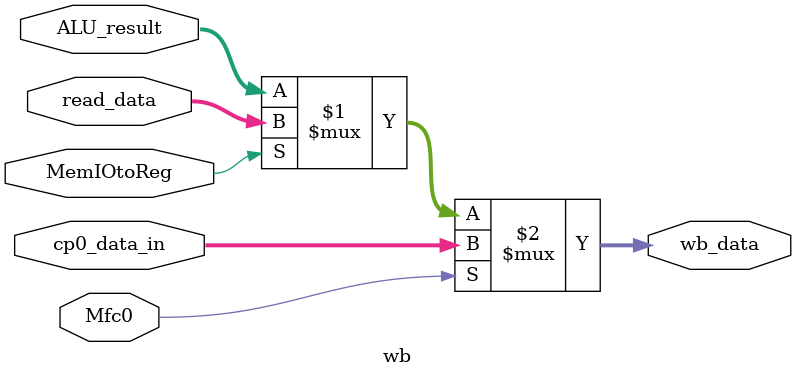
<source format=v>
`timescale 1ns / 1ps


module wb(
    input  [31:0]	read_data,		// 从DATA RAM or I/O port取出的数据
    input  [31:0]   ALU_result,     // 从执行单元来的运算的结果，需要扩展立即数到32位
    input  [31:0]   cp0_data_in,
    input           MemIOtoReg,  
    input           Mfc0,      
    output [31:0]   wb_data
    );
    
    assign wb_data = Mfc0 ? cp0_data_in : MemIOtoReg ? read_data : ALU_result;
    
endmodule

</source>
